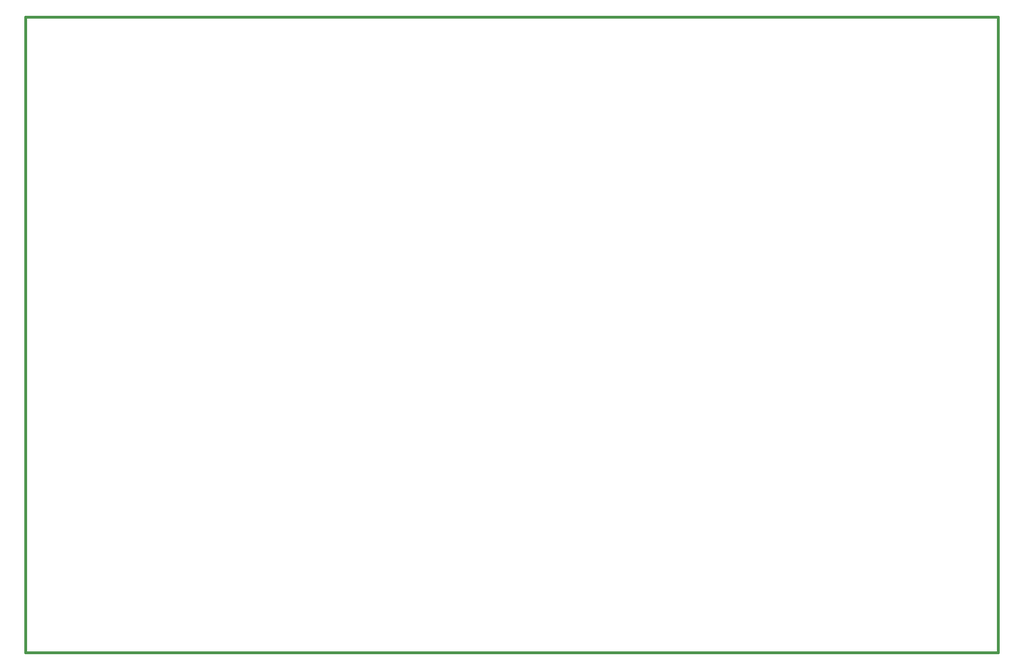
<source format=gbr>
G04 (created by PCBNEW (2013-03-31 BZR 4008)-stable) date 12/04/2013 5:07:08 PM*
%MOIN*%
G04 Gerber Fmt 3.4, Leading zero omitted, Abs format*
%FSLAX34Y34*%
G01*
G70*
G90*
G04 APERTURE LIST*
%ADD10C,2.3622e-006*%
%ADD11C,0.015*%
G04 APERTURE END LIST*
G54D10*
G54D11*
X64500Y-6900D02*
X64500Y-44450D01*
X7100Y-6900D02*
X7100Y-44450D01*
X64500Y-44450D02*
X7100Y-44450D01*
X7100Y-6900D02*
X64500Y-6900D01*
M02*

</source>
